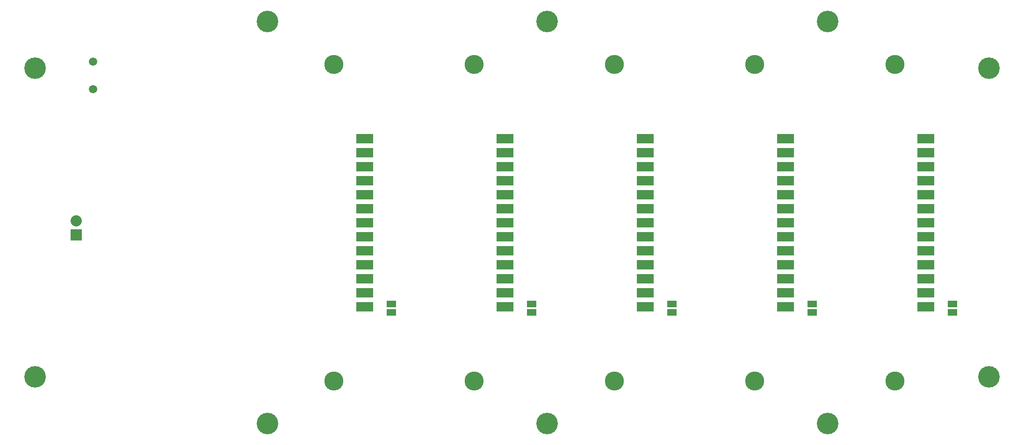
<source format=gbs>
G04 (created by PCBNEW-RS274X (2011-05-25)-stable) date Fri 21 Sep 2012 01:47:41 PM PDT*
G01*
G70*
G90*
%MOIN*%
G04 Gerber Fmt 3.4, Leading zero omitted, Abs format*
%FSLAX34Y34*%
G04 APERTURE LIST*
%ADD10C,0.006000*%
%ADD11C,0.153900*%
%ADD12R,0.120000X0.070000*%
%ADD13C,0.136000*%
%ADD14C,0.059000*%
%ADD15R,0.065000X0.045000*%
%ADD16R,0.080000X0.080000*%
%ADD17C,0.080000*%
G04 APERTURE END LIST*
G54D10*
G54D11*
X77185Y-41717D03*
X57185Y-41717D03*
X37234Y-41717D03*
X37234Y-13008D03*
X57185Y-13008D03*
X77185Y-13008D03*
G54D12*
X84185Y-21362D03*
X84185Y-22362D03*
X84185Y-23362D03*
X84185Y-24362D03*
X84185Y-25362D03*
X84185Y-26362D03*
X84185Y-27362D03*
X84185Y-28362D03*
X84185Y-29362D03*
X84185Y-30362D03*
X84185Y-31362D03*
X84185Y-32362D03*
X84185Y-33362D03*
G54D13*
X81965Y-16062D03*
X81965Y-38662D03*
G54D12*
X74185Y-21362D03*
X74185Y-22362D03*
X74185Y-23362D03*
X74185Y-24362D03*
X74185Y-25362D03*
X74185Y-26362D03*
X74185Y-27362D03*
X74185Y-28362D03*
X74185Y-29362D03*
X74185Y-30362D03*
X74185Y-31362D03*
X74185Y-32362D03*
X74185Y-33362D03*
G54D13*
X71965Y-16062D03*
X71965Y-38662D03*
G54D12*
X64185Y-21362D03*
X64185Y-22362D03*
X64185Y-23362D03*
X64185Y-24362D03*
X64185Y-25362D03*
X64185Y-26362D03*
X64185Y-27362D03*
X64185Y-28362D03*
X64185Y-29362D03*
X64185Y-30362D03*
X64185Y-31362D03*
X64185Y-32362D03*
X64185Y-33362D03*
G54D13*
X61965Y-16062D03*
X61965Y-38662D03*
G54D12*
X54185Y-21362D03*
X54185Y-22362D03*
X54185Y-23362D03*
X54185Y-24362D03*
X54185Y-25362D03*
X54185Y-26362D03*
X54185Y-27362D03*
X54185Y-28362D03*
X54185Y-29362D03*
X54185Y-30362D03*
X54185Y-31362D03*
X54185Y-32362D03*
X54185Y-33362D03*
G54D13*
X51965Y-16062D03*
X51965Y-38662D03*
G54D12*
X44185Y-21362D03*
X44185Y-22362D03*
X44185Y-23362D03*
X44185Y-24362D03*
X44185Y-25362D03*
X44185Y-26362D03*
X44185Y-27362D03*
X44185Y-28362D03*
X44185Y-29362D03*
X44185Y-30362D03*
X44185Y-31362D03*
X44185Y-32362D03*
X44185Y-33362D03*
G54D13*
X41965Y-16062D03*
X41965Y-38662D03*
G54D14*
X24803Y-15886D03*
X24803Y-17854D03*
G54D15*
X46085Y-33187D03*
X46085Y-33787D03*
X56085Y-33187D03*
X56085Y-33787D03*
X66085Y-33187D03*
X66085Y-33787D03*
X76085Y-33187D03*
X76085Y-33787D03*
X86085Y-33187D03*
X86085Y-33787D03*
G54D16*
X23622Y-28256D03*
G54D17*
X23622Y-27256D03*
G54D11*
X20685Y-16354D03*
X20685Y-38370D03*
X88685Y-38370D03*
X88685Y-16354D03*
M02*

</source>
